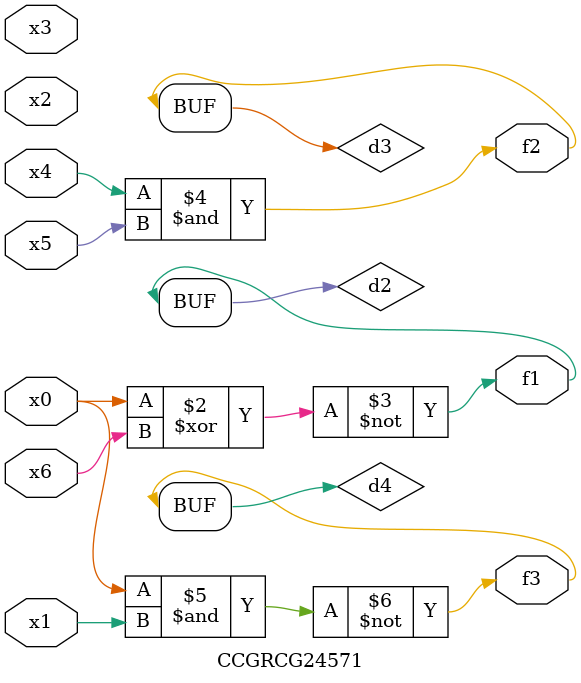
<source format=v>
module CCGRCG24571(
	input x0, x1, x2, x3, x4, x5, x6,
	output f1, f2, f3
);

	wire d1, d2, d3, d4;

	nor (d1, x0);
	xnor (d2, x0, x6);
	and (d3, x4, x5);
	nand (d4, x0, x1);
	assign f1 = d2;
	assign f2 = d3;
	assign f3 = d4;
endmodule

</source>
